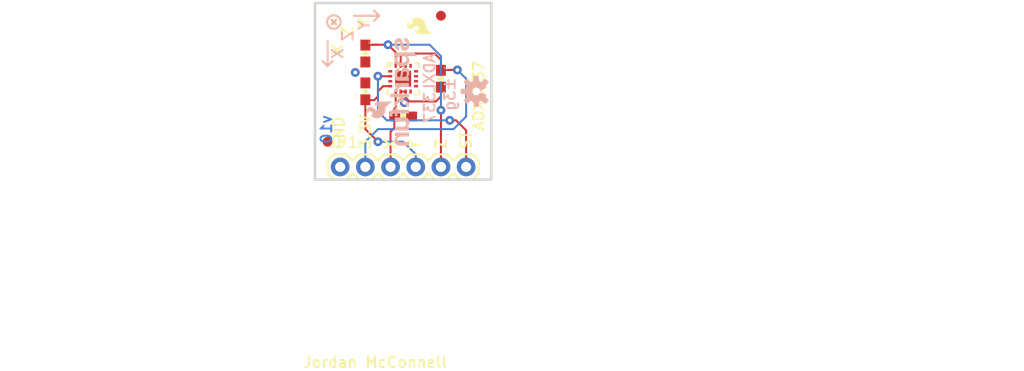
<source format=kicad_pcb>
(kicad_pcb (version 20211014) (generator pcbnew)
  (layers (0 "F.Cu" signal) (31 "B.Cu" signal) (34 "B.Paste" user) (35 "F.Paste" user) (36 "B.SilkS" user "B.Silkscreen") (37 "F.SilkS" user "F.Silkscreen") (38 "B.Mask" user) (39 "F.Mask" user) (44 "Edge.Cuts" user))
  (net 0 "")
  (net 1 "3.3V")
  (net 2 "GND")
  (net 3 "ST")
  (net 4 "X")
  (net 5 "Y")
  (net 6 "Z")
  (footprint "boardEagle:STAND-OFF" (layer "F.Cu") (at 154.8511 98.6536)
    (fp_text reference "STANDOFF1" hide)
    (fp_text value "STAND-OFF" hide)
    (pad "" np_thru_hole circle (at 0 0) (size 3.302 3.302) (drill 3.302) (layers *.Cu *.Mask))
  )
  (footprint "boardEagle:0603-CAP" (layer "F.Cu") (at 152.3111 103.7336 -90)
    (fp_text reference "C4" (at -0.889 -0.762 -90) (layer "F.SilkS") (effects (font (size 0.373888 0.373888) (thickness 0.032512)) (justify left bottom)))
    (fp_text value "0.1uF")
    (fp_line (start 0 -0.0305) (end 0 0.0305) (layer "F.SilkS") (width 0.5588))
    (pad "1" smd rect (at -0.85 0 270) (size 1.1 1) (layers "F.Cu" "F.Paste" "F.Mask") (net 1 "3.3V"))
    (pad "2" smd rect (at 0.85 0 270) (size 1.1 1) (layers "F.Cu" "F.Paste" "F.Mask") (net 2 "GND"))
  )
  (footprint "boardEagle:SFE_LOGO_FLAME_.1" (layer "F.Cu") (at 151.8031 99.5426 90)
    (fp_text reference "LOGO1" hide)
    (fp_text value "SFE_LOGO_FLAME.1_INCH" hide)
    (fp_poly (pts (xy 1.4 -2.87) (xy 1.54 -2.8) (xy 1.58 -2.77) (xy 1.59 -2.76) (xy 1.58 -2.76) (xy 1.56 -2.77) (xy 1.5 -2.77) (xy 1.46 -2.76) (xy 1.41 -2.75) (xy 1.37 -2.73) (xy 1.33 -2.7) (xy 1.31 -2.67) (xy 1.3 -2.65) (xy 1.29 -2.62) (xy 1.29 -2.56) (xy 1.3 -2.52) (xy 1.34 -2.46) (xy 1.4 -2.4) (xy 1.44 -2.37) (xy 1.47 -2.35) (xy 1.51 -2.33) (xy 1.59 -2.31) (xy 1.62 -2.31) (xy 1.65 -2.32) (xy 1.68 -2.35) (xy 1.69 -2.37) (xy 1.7 -2.4) (xy 1.7 -2.49) (xy 1.78 -2.44) (xy 1.86 -2.35) (xy 1.93 -2.24) (xy 1.98 -2.09) (xy 2.01 -1.93) (xy 2 -1.76) (xy 1.95 -1.57) (xy 1.85 -1.39) (xy 1.78 -1.3) (xy 1.7 -1.22) (xy 1.62 -1.15) (xy 1.52 -1.09) (xy 1.42 -1.05) (xy 1.31 -1.02) (xy 1.19 -1) (xy 1 -1) (xy 0.94 -0.99) (xy 0.84 -0.93) (xy 0.74 -0.83) (xy 0.62 -0.69) (xy 0.5 -0.57) (xy 0.45 -0.51) (xy 0.4 -0.46) (xy 0.37 -0.41) (xy 0.32 -0.36) (xy 0.32 -1.73) (xy 0.33 -1.81) (xy 0.35 -1.88) (xy 0.41 -1.98) (xy 0.46 -2.02) (xy 0.5 -2.05) (xy 0.55 -2.07) (xy 0.6 -2.08) (xy 0.66 -2.09) (xy 0.78 -2.09) (xy 0.82 -2.07) (xy 0.81 -2.06) (xy 0.77 -2.04) (xy 0.74 -2.03) (xy 0.68 -1.97) (xy 0.67 -1.94) (xy 0.67 -1.9) (xy 0.68 -1.87) (xy 0.7 -1.84) (xy 0.76 -1.78) (xy 0.81 -1.76) (xy 0.86 -1.75) (xy 0.94 -1.75) (xy 1.02 -1.77) (xy 1.08 -1.81) (xy 1.12 -1.86) (xy 1.14 -1.92) (xy 1.14 -1.99) (xy 1.11 -2.07) (xy 1.04 -2.14) (xy 0.96 -2.23) (xy 0.89 -2.31) (xy 0.84 -2.4) (xy 0.82 -2.49) (xy 0.82 -2.57) (xy 0.85 -2.66) (xy 0.9 -2.74) (xy 0.99 -2.81) (xy 1.1 -2.87) (xy 1.21 -2.89) (xy 1.31 -2.89)) (layer "F.SilkS") (width 0) (fill solid))
  )
  (footprint "boardEagle:0603-CAP" (layer "F.Cu") (at 144.6911 105.0036 90)
    (fp_text reference "C2" (at -0.889 -0.762 90) (layer "F.SilkS") (effects (font (size 0.373888 0.373888) (thickness 0.032512)) (justify left bottom)))
    (fp_text value "10nF")
    (fp_line (start 0 -0.0305) (end 0 0.0305) (layer "F.SilkS") (width 0.5588))
    (pad "1" smd rect (at -0.85 0 90) (size 1.1 1) (layers "F.Cu" "F.Paste" "F.Mask") (net 5 "Y"))
    (pad "2" smd rect (at 0.85 0 90) (size 1.1 1) (layers "F.Cu" "F.Paste" "F.Mask") (net 2 "GND"))
  )
  (footprint "boardEagle:FIDUCIAL-1X2" (layer "F.Cu") (at 140.8811 110.0836)
    (fp_text reference "FID2" hide)
    (fp_text value "FIDUCIAL1X2" hide)
    (pad "1" smd roundrect (at 0 0) (size 1 1) (layers "F.Cu" "F.Mask") (roundrect_rratio 0.5))
  )
  (footprint "boardEagle:CREATIVE_COMMONS" (layer "F.Cu") (at 128.1811 130.4036)
    (fp_text reference "FRAME1" hide)
    (fp_text value "FRAME-LETTER" hide)
  )
  (footprint "boardEagle:FIDUCIAL-1X2" (layer "F.Cu") (at 152.3111 97.3836)
    (fp_text reference "FID1" hide)
    (fp_text value "FIDUCIAL1X2" hide)
    (pad "1" smd roundrect (at 0 0) (size 1 1) (layers "F.Cu" "F.Mask") (roundrect_rratio 0.5))
  )
  (footprint "boardEagle:LFCSP_LQ-16" (layer "F.Cu") (at 148.5011 103.7336)
    (fp_text reference "U1" (at -1.15 -1.9) (layer "F.SilkS") (effects (font (size 0.373888 0.373888) (thickness 0.032512)) (justify left bottom)))
    (fp_text value "ADXL337")
    (fp_line (start -1.6 -1.1) (end -1.6 -1.6) (layer "F.SilkS") (width 0.15))
    (fp_line (start 1.1 -1.6) (end 1.6 -1.6) (layer "F.SilkS") (width 0.15))
    (fp_line (start -1.6 -1.6) (end -1.1 -1.6) (layer "F.SilkS") (width 0.15))
    (fp_line (start 1.6 1.6) (end 1.1 1.6) (layer "F.SilkS") (width 0.15))
    (fp_line (start 1.6 -1.6) (end 1.6 -1.1) (layer "F.SilkS") (width 0.15))
    (fp_line (start -1.1 1.6) (end -1.6 1.6) (layer "F.SilkS") (width 0.15))
    (fp_line (start 1.6 1.1) (end 1.6 1.6) (layer "F.SilkS") (width 0.15))
    (fp_line (start -1.6 1.6) (end -1.6 1.1) (layer "F.SilkS") (width 0.15))
    (fp_poly (pts (xy -1.6 -1.2) (xy -1.2 -1.2) (xy -1.2 -1.6) (xy -1.6 -1.6)) (layer "F.SilkS") (width 0) (fill solid))
    (pad "1" smd rect (at -1.3 -0.75) (size 0.4 0.25) (layers "F.Cu" "F.Paste" "F.Mask"))
    (pad "2" smd rect (at -1.3 -0.25) (size 0.4 0.25) (layers "F.Cu" "F.Paste" "F.Mask") (net 3 "ST"))
    (pad "3" smd rect (at -1.3 0.25) (size 0.4 0.25) (layers "F.Cu" "F.Paste" "F.Mask"))
    (pad "4" smd rect (at -1.3 0.75) (size 0.4 0.25) (layers "F.Cu" "F.Paste" "F.Mask") (net 5 "Y"))
    (pad "5" smd rect (at -0.75 1.3 90) (size 0.4 0.25) (layers "F.Cu" "F.Paste" "F.Mask") (net 4 "X"))
    (pad "6" smd rect (at -0.25 1.3 90) (size 0.4 0.25) (layers "F.Cu" "F.Paste" "F.Mask") (net 2 "GND"))
    (pad "7" smd rect (at 0.25 1.3 90) (size 0.4 0.25) (layers "F.Cu" "F.Paste" "F.Mask") (net 2 "GND"))
    (pad "8" smd rect (at 0.75 1.3 90) (size 0.4 0.25) (layers "F.Cu" "F.Paste" "F.Mask"))
    (pad "9" smd rect (at 1.3 0.75 180) (size 0.4 0.25) (layers "F.Cu" "F.Paste" "F.Mask"))
    (pad "10" smd rect (at 1.3 0.25 180) (size 0.4 0.25) (layers "F.Cu" "F.Paste" "F.Mask"))
    (pad "11" smd rect (at 1.3 -0.25 180) (size 0.4 0.25) (layers "F.Cu" "F.Paste" "F.Mask"))
    (pad "12" smd rect (at 1.3 -0.75 180) (size 0.4 0.25) (layers "F.Cu" "F.Paste" "F.Mask"))
    (pad "13" smd rect (at 0.75 -1.3 270) (size 0.4 0.25) (layers "F.Cu" "F.Paste" "F.Mask"))
    (pad "14" smd rect (at 0.25 -1.3 270) (size 0.4 0.25) (layers "F.Cu" "F.Paste" "F.Mask") (net 1 "3.3V"))
    (pad "15" smd rect (at -0.25 -1.3 270) (size 0.4 0.25) (layers "F.Cu" "F.Paste" "F.Mask") (net 1 "3.3V"))
    (pad "16" smd rect (at -0.75 -1.3 270) (size 0.4 0.25) (layers "F.Cu" "F.Paste" "F.Mask") (net 6 "Z"))
    (pad "EXP" smd rect (at 0 0) (size 1.6 1.6) (layers "F.Cu"))
  )
  (footprint "boardEagle:0603-CAP" (layer "F.Cu") (at 148.5011 107.5436)
    (fp_text reference "C1" (at -0.889 -0.762) (layer "F.SilkS") (effects (font (size 0.373888 0.373888) (thickness 0.032512)) (justify left bottom)))
    (fp_text value "10nF")
    (fp_line (start 0 -0.0305) (end 0 0.0305) (layer "F.SilkS") (width 0.5588))
    (pad "1" smd rect (at -0.85 0) (size 1.1 1) (layers "F.Cu" "F.Paste" "F.Mask") (net 4 "X"))
    (pad "2" smd rect (at 0.85 0) (size 1.1 1) (layers "F.Cu" "F.Paste" "F.Mask") (net 2 "GND"))
  )
  (footprint "boardEagle:1X06" (layer "F.Cu") (at 142.1511 112.6236)
    (fp_text reference "JP1" (at -1.3462 -1.8288) (layer "F.SilkS") (effects (font (size 1.143 1.143) (thickness 0.127)) (justify left bottom)))
    (fp_text value "")
    (fp_line (start 11.43 -0.635) (end 12.065 -1.27) (layer "F.SilkS") (width 0.2032))
    (fp_line (start 10.795 -1.27) (end 11.43 -0.635) (layer "F.SilkS") (width 0.2032))
    (fp_line (start 9.525 -1.27) (end 10.795 -1.27) (layer "F.SilkS") (width 0.2032))
    (fp_line (start 8.255 1.27) (end 6.985 1.27) (layer "F.SilkS") (width 0.2032))
    (fp_line (start 1.27 -0.635) (end 1.905 -1.27) (layer "F.SilkS") (width 0.2032))
    (fp_line (start 8.89 0.635) (end 8.255 1.27) (layer "F.SilkS") (width 0.2032))
    (fp_line (start 6.985 -1.27) (end 6.35 -0.635) (layer "F.SilkS") (width 0.2032))
    (fp_line (start 8.255 -1.27) (end 8.89 -0.635) (layer "F.SilkS") (width 0.2032))
    (fp_line (start 1.905 1.27) (end 1.27 0.635) (layer "F.SilkS") (width 0.2032))
    (fp_line (start 13.97 0.635) (end 13.335 1.27) (layer "F.SilkS") (width 0.2032))
    (fp_line (start 3.81 0.635) (end 3.175 1.27) (layer "F.SilkS") (width 0.2032))
    (fp_line (start -0.635 -1.27) (end 0.635 -1.27) (layer "F.SilkS") (width 0.2032))
    (fp_line (start 5.715 -1.27) (end 6.35 -0.635) (layer "F.SilkS") (width 0.2032))
    (fp_line (start 5.715 1.27) (end 4.445 1.27) (layer "F.SilkS") (width 0.2032))
    (fp_line (start 9.525 1.27) (end 8.89 0.635) (layer "F.SilkS") (width 0.2032))
    (fp_line (start 3.175 1.27) (end 1.905 1.27) (layer "F.SilkS") (width 0.2032))
    (fp_line (start 6.985 -1.27) (end 8.255 -1.27) (layer "F.SilkS") (width 0.2032))
    (fp_line (start 1.905 -1.27) (end 3.175 -1.27) (layer "F.SilkS") (width 0.2032))
    (fp_line (start -1.27 -0.635) (end -1.27 0.635) (layer "F.SilkS") (width 0.2032))
    (fp_line (start 13.97 -0.635) (end 13.97 0.635) (layer "F.SilkS") (width 0.2032))
    (fp_line (start 0.635 -1.27) (end 1.27 -0.635) (layer "F.SilkS") (width 0.2032))
    (fp_line (start 10.795 1.27) (end 9.525 1.27) (layer "F.SilkS") (width 0.2032))
    (fp_line (start 4.445 1.27) (end 3.81 0.635) (layer "F.SilkS") (width 0.2032))
    (fp_line (start 3.81 -0.635) (end 4.445 -1.27) (layer "F.SilkS") (width 0.2032))
    (fp_line (start 12.065 -1.27) (end 13.335 -1.27) (layer "F.SilkS") (width 0.2032))
    (fp_line (start 1.27 0.635) (end 0.635 1.27) (layer "F.SilkS") (width 0.2032))
    (fp_line (start 6.35 0.635) (end 5.715 1.27) (layer "F.SilkS") (width 0.2032))
    (fp_line (start 11.43 0.635) (end 10.795 1.27) (layer "F.SilkS") (width 0.2032))
    (fp_line (start 0.635 1.27) (end -0.635 1.27) (layer "F.SilkS") (width 0.2032))
    (fp_line (start 8.89 -0.635) (end 9.525 -1.27) (layer "F.SilkS") (width 0.2032))
    (fp_line (start 13.335 1.27) (end 12.065 1.27) (layer "F.SilkS") (width 0.2032))
    (fp_line (start 3.175 -1.27) (end 3.81 -0.635) (layer "F.SilkS") (width 0.2032))
    (fp_line (start -0.635 -1.27) (end -1.27 -0.635) (layer "F.SilkS") (width 0.2032))
    (fp_line (start 4.445 -1.27) (end 5.715 -1.27) (layer "F.SilkS") (width 0.2032))
    (fp_line (start 6.35 0.635) (end 6.985 1.27) (layer "F.SilkS") (width 0.2032))
    (fp_line (start -1.27 0.635) (end -0.635 1.27) (layer "F.SilkS") (width 0.2032))
    (fp_line (start 12.065 1.27) (end 11.43 0.635) (layer "F.SilkS") (width 0.2032))
    (fp_line (start 13.335 -1.27) (end 13.97 -0.635) (layer "F.SilkS") (width 0.2032))
    (pad "1" thru_hole circle (at 0 0 90) (size 1.8796 1.8796) (drill 1.016) (layers *.Cu *.Mask) (net 2 "GND"))
    (pad "2" thru_hole circle (at 2.54 0 90) (size 1.8796 1.8796) (drill 1.016) (layers *.Cu *.Mask) (net 1 "3.3V"))
    (pad "3" thru_hole circle (at 5.08 0 90) (size 1.8796 1.8796) (drill 1.016) (layers *.Cu *.Mask) (net 4 "X"))
    (pad "4" thru_hole circle (at 7.62 0 90) (size 1.8796 1.8796) (drill 1.016) (layers *.Cu *.Mask) (net 5 "Y"))
    (pad "5" thru_hole circle (at 10.16 0 90) (size 1.8796 1.8796) (drill 1.016) (layers *.Cu *.Mask) (net 6 "Z"))
    (pad "6" thru_hole circle (at 12.7 0 90) (size 1.8796 1.8796) (drill 1.016) (layers *.Cu *.Mask) (net 3 "ST"))
  )
  (footprint "boardEagle:0603-CAP" (layer "F.Cu") (at 144.6911 101.1936 -90)
    (fp_text reference "C3" (at -0.889 -0.762 -90) (layer "F.SilkS") (effects (font (size 0.373888 0.373888) (thickness 0.032512)) (justify left bottom)))
    (fp_text value "10nF")
    (fp_line (start 0 -0.0305) (end 0 0.0305) (layer "F.SilkS") (width 0.5588))
    (pad "1" smd rect (at -0.85 0 270) (size 1.1 1) (layers "F.Cu" "F.Paste" "F.Mask") (net 6 "Z"))
    (pad "2" smd rect (at 0.85 0 270) (size 1.1 1) (layers "F.Cu" "F.Paste" "F.Mask") (net 2 "GND"))
  )
  (footprint "boardEagle:OSHW-LOGO-S" (layer "B.Cu") (at 155.8671 105.0036 -90)
    (fp_text reference "LOGO2" hide)
    (fp_text value "OSHW-LOGOS" hide)
    (fp_poly (pts (xy 0.301647 1.061351) (xy 0.42347 1.022344) (xy 0.537177 0.963769) (xy 0.92862 1.282946) (xy 1.282946 0.92862) (xy 0.961035 0.533823) (xy 1.057046 0.302084) (xy 1.5638 0.250561) (xy 1.5638 -0.250561) (xy 1.057046 -0.302084) (xy 0.961035 -0.533823) (xy 1.282946 -0.92862) (xy 0.92862 -1.282946) (xy 0.537177 -0.96377) (xy 0.356601 -1.056794) (xy 0.088679 -0.410073) (xy 0.326262 -0.2176) (xy 0.373649 -0.121468) (xy 0.392729 -0.010339) (xy 0.379464 0.101634) (xy 0.334947 0.205229) (xy 0.262842 0.291918) (xy 0.169087 0.354561) (xy 0.061406 0.387999) (xy -0.051342 0.38948) (xy -0.159868 0.358881) (xy -0.255234 0.298724) (xy -0.329589 0.213962) (xy -0.376813 0.111569) (xy -0.392176 0.005767) (xy -0.322923 -0.222565) (xy -0.249312 -0.303773) (xy 0.091677 -0.5081) (xy -0.12929 -0.5081) (xy -0.355332 -1.053732) (xy -0.506597 -0.983577) (xy -0.538922 -0.965192) (xy -0.92862 -1.282946) (xy -1.282946 -0.92862) (xy -0.961035 -0.533823) (xy -1.057046 -0.302084) (xy -1.5638 -0.250561) (xy -1.5638 0.250561) (xy -1.057046 0.302084) (xy -0.961035 0.533823) (xy -1.282946 0.92862) (xy -0.92862 1.282946) (xy -0.533823 0.961035) (xy -0.302084 1.057046) (xy -0.250561 1.5638) (xy 0.250561 1.5638)) (layer "B.SilkS") (width 0) (fill solid))
  )
  (footprint "boardEagle:SFE_LOGO_NAME_FLAME_.1" (layer "B.Cu") (at 150.0251 99.1616 -90)
    (fp_text reference "LOGO3" hide)
    (fp_text value "SFE_LOGO_NAME_FLAME.1_INCH" hide)
    (fp_poly (pts (xy 4.32 2.38) (xy 4.38 2.38) (xy 4.43 2.37) (xy 4.48 2.35) (xy 4.53 2.34) (xy 4.58 2.32) (xy 4.7 2.23) (xy 4.73 2.19) (xy 4.75 2.15) (xy 4.77 2.1) (xy 4.78 2.05) (xy 4.78 1.18) (xy 4.79 1.16) (xy 4.79 1.07) (xy 4.8 1.05) (xy 4.8 1.03) (xy 4.81 1.01) (xy 4.81 0.98) (xy 4.82 0.96) (xy 4.83 0.95) (xy 4.83 0.94) (xy 4.44 0.94) (xy 4.44 0.95) (xy 4.43 0.96) (xy 4.43 0.97) (xy 4.42 0.98) (xy 4.42 1.01) (xy 4.41 1.02) (xy 4.41 1.08) (xy 4.39 1.05) (xy 4.36 1.03) (xy 4.34 1.01) (xy 4.31 0.99) (xy 4.28 0.98) (xy 4.25 0.96) (xy 4.13 0.92) (xy 4.1 0.92) (xy 4.07 0.91) (xy 4.03 0.91) (xy 4 0.9) (xy 3.89 0.9) (xy 3.84 0.91) (xy 3.79 0.91) (xy 3.75 0.92) (xy 3.7 0.94) (xy 3.66 0.96) (xy 3.63 0.98) (xy 3.59 1) (xy 3.56 1.03) (xy 3.54 1.06) (xy 3.51 1.1) (xy 3.49 1.13) (xy 3.48 1.18) (xy 3.46 1.22) (xy 3.46 1.27) (xy 3.45 1.32) (xy 3.47 1.43) (xy 3.5 1.52) (xy 3.54 1.59) (xy 3.61 1.65) (xy 3.68 1.69) (xy 3.76 1.72) (xy 3.84 1.74) (xy 3.93 1.75) (xy 4.01 1.54) (xy 3.98 1.53) (xy 3.96 1.52) (xy 3.95 1.51) (xy 3.91 1.49) (xy 3.9 1.48) (xy 3.88 1.47) (xy 3.85 1.41) (xy 3.85 1.39) (xy 3.84 1.37) (xy 3.84 1.32) (xy 3.85 1.29) (xy 3.85 1.27) (xy 3.86 1.25) (xy 3.87 1.24) (xy 3.88 1.22) (xy 3.9 1.21) (xy 3.91 1.2) (xy 3.95 1.18) (xy 3.97 1.18) (xy 3.99 1.17) (xy 4.01 1.17) (xy 4.03 1.16) (xy 4.08 1.16) (xy 4.13 1.17) (xy 4.18 1.17) (xy 4.22 1.19) (xy 4.26 1.2) (xy 4.29 1.22) (xy 4.31 1.24) (xy 4.33 1.27) (xy 4.35 1.29) (xy 4.37 1.35) (xy 4.38 1.37) (xy 4.39 1.4) (xy 4.39 1.63) (xy 4.37 1.61) (xy 4.35 1.61) (xy 4.31 1.59) (xy 4.29 1.59) (xy 4.27 1.58) (xy 4.23 1.58) (xy 4.18 1.78) (xy 4.25 1.8) (xy 4.31 1.82) (xy 4.36 1.85) (xy 4.39 1.89) (xy 4.39 2) (xy 4.36 2.06) (xy 4.35 2.07) (xy 4.34 2.09) (xy 4.28 2.12) (xy 4.26 2.12) (xy 4.24 2.13) (xy 4.06 2.13) (xy 3.96 2.08) (xy 3.92 2.04) (xy 3.91 2.02) (xy 3.9 1.99) (xy 3.89 1.97) (xy 3.89 1.92) (xy 3.5 1.92) (xy 3.52 2.04) (xy 3.54 2.1) (xy 3.57 2.14) (xy 3.6 2.19) (xy 3.63 2.23) (xy 3.67 2.26) (xy 3.77 2.32) (xy 3.82 2.34) (xy 3.87 2.35) (xy 3.93 2.37) (xy 3.99 2.38) (xy 4.04 2.39) (xy 4.27 2.39)) (layer "B.SilkS") (width 0) (fill solid))
    (fp_poly (pts (xy 8.37 2.88) (xy 8.37 2.6) (xy 8.2 2.6) (xy 8.16 2.59) (xy 8.12 2.57) (xy 8.1 2.54) (xy 8.09 2.52) (xy 8.09 2.48) (xy 8.08 2.44) (xy 8.08 2.36) (xy 8.35 2.36) (xy 8.35 2.1) (xy 8.08 2.1) (xy 8.08 0.94) (xy 7.7 0.94) (xy 7.7 2.1) (xy 7.31 2.1) (xy 7.35 2.13) (xy 7.51 2.29) (xy 7.55 2.32) (xy 7.58 2.36) (xy 7.7 2.36) (xy 7.7 2.56) (xy 7.73 2.64) (xy 7.76 2.71) (xy 7.81 2.77) (xy 7.88 2.82) (xy 7.96 2.86) (xy 8.06 2.89) (xy 8.35 2.89)) (layer "B.SilkS") (width 0) (fill solid))
    (fp_poly (pts (xy 3.34 1.63) (xy 3.33 1.49) (xy 3.3 1.36) (xy 3.25 1.24) (xy 2.91 1.4) (xy 2.94 1.48) (xy 2.95 1.56) (xy 2.95 1.64)) (layer "B.SilkS") (width 0) (fill solid))
    (fp_poly (pts (xy 10.95 2.38) (xy 11.06 2.35) (xy 11.15 2.3) (xy 11.22 2.23) (xy 11.27 2.15) (xy 11.3 2.05) (xy 11.32 1.94) (xy 11.33 1.81) (xy 11.33 0.94) (xy 10.94 0.94) (xy 10.94 1.74) (xy 10.93 1.82) (xy 10.92 1.89) (xy 10.91 1.95) (xy 10.88 2) (xy 10.85 2.04) (xy 10.8 2.07) (xy 10.75 2.08) (xy 10.69 2.09) (xy 10.61 2.08) (xy 10.55 2.07) (xy 10.5 2.04) (xy 10.46 1.99) (xy 10.43 1.94) (xy 10.4 1.87) (xy 10.39 1.78) (xy 10.39 0.94) (xy 10 0.94) (xy 10 2.36) (xy 10.37 2.36) (xy 10.37 2.16) (xy 10.38 2.16) (xy 10.42 2.22) (xy 10.46 2.26) (xy 10.51 2.3) (xy 10.57 2.34) (xy 10.69 2.38) (xy 10.75 2.39) (xy 10.81 2.39)) (layer "B.SilkS") (width 0) (fill solid))
    (fp_poly (pts (xy 6.45 1.85) (xy 6.94 2.36) (xy 7.4 2.36) (xy 6.87 1.84) (xy 7.46 0.94) (xy 6.99 0.94) (xy 6.6 1.57) (xy 6.45 1.43) (xy 6.45 0.94) (xy 6.06 0.94) (xy 6.06 2.68) (xy 6.45 2.89)) (layer "B.SilkS") (width 0) (fill solid))
    (fp_poly (pts (xy 8.85 1.56) (xy 8.87 1.4) (xy 8.88 1.34) (xy 8.94 1.26) (xy 8.99 1.23) (xy 9.04 1.22) (xy 9.1 1.21) (xy 9.18 1.22) (xy 9.24 1.23) (xy 9.29 1.26) (xy 9.33 1.3) (xy 9.36 1.36) (xy 9.39 1.43) (xy 9.4 1.51) (xy 9.4 2.36) (xy 9.79 2.36) (xy 9.79 0.94) (xy 9.42 0.94) (xy 9.42 1.14) (xy 9.41 1.14) (xy 9.37 1.08) (xy 9.33 1.03) (xy 9.28 0.99) (xy 9.22 0.96) (xy 9.17 0.94) (xy 9.11 0.92) (xy 9.04 0.91) (xy 8.98 0.9) (xy 8.84 0.91) (xy 8.73 0.95) (xy 8.64 1) (xy 8.57 1.06) (xy 8.52 1.15) (xy 8.49 1.25) (xy 8.47 1.36) (xy 8.47 2.36) (xy 8.85 2.36)) (layer "B.SilkS") (width 0) (fill solid))
    (fp_poly (pts (xy 5.9 2.38) (xy 5.91 2.38) (xy 5.91 2.02) (xy 5.9 2.02) (xy 5.88 2.03) (xy 5.77 2.03) (xy 5.67 2.02) (xy 5.59 2) (xy 5.52 1.96) (xy 5.47 1.9) (xy 5.43 1.83) (xy 5.41 1.76) (xy 5.39 1.67) (xy 5.39 0.94) (xy 5 0.94) (xy 5 2.29) (xy 5.05 2.3) (xy 5.09 2.31) (xy 5.14 2.31) (xy 5.19 2.32) (xy 5.23 2.33) (xy 5.33 2.35) (xy 5.37 2.36) (xy 5.37 2.09) (xy 5.41 2.16) (xy 5.45 2.21) (xy 5.5 2.27) (xy 5.55 2.31) (xy 5.62 2.35) (xy 5.68 2.37) (xy 5.75 2.39) (xy 5.89 2.39)) (layer "B.SilkS") (width 0) (fill solid))
    (fp_poly (pts (xy 7.95 5.16) (xy 8.03 5.13) (xy 8.09 5.1) (xy 8.13 5.07) (xy 8.14 5.06) (xy 8.11 5.06) (xy 8.08 5.07) (xy 8.05 5.07) (xy 8.01 5.06) (xy 7.96 5.05) (xy 7.92 5.03) (xy 7.88 5) (xy 7.86 4.97) (xy 7.85 4.94) (xy 7.84 4.92) (xy 7.83 4.89) (xy 7.84 4.86) (xy 7.85 4.82) (xy 7.87 4.79) (xy 7.89 4.75) (xy 7.92 4.72) (xy 7.95 4.7) (xy 7.99 4.67) (xy 8.02 4.65) (xy 8.1 4.61) (xy 8.17 4.61) (xy 8.2 4.62) (xy 8.23 4.64) (xy 8.25 4.7) (xy 8.25 4.78) (xy 8.33 4.74) (xy 8.41 4.65) (xy 8.48 4.53) (xy 8.53 4.39) (xy 8.56 4.23) (xy 8.55 4.05) (xy 8.5 3.87) (xy 8.4 3.69) (xy 8.33 3.6) (xy 8.25 3.52) (xy 8.17 3.45) (xy 8.07 3.39) (xy 7.97 3.35) (xy 7.86 3.32) (xy 7.74 3.3) (xy 7.55 3.3) (xy 7.49 3.29) (xy 7.44 3.26) (xy 7.34 3.18) (xy 7.29 3.12) (xy 7.16 2.99) (xy 7.11 2.92) (xy 7.05 2.86) (xy 7 2.8) (xy 6.95 2.75) (xy 6.92 2.71) (xy 6.89 2.68) (xy 6.87 2.65) (xy 6.86 2.65) (xy 6.86 3.93) (xy 6.88 4.11) (xy 6.9 4.17) (xy 6.93 4.23) (xy 6.96 4.28) (xy 7.01 4.31) (xy 7.05 4.34) (xy 7.15 4.38) (xy 7.21 4.39) (xy 7.29 4.39) (xy 7.33 4.38) (xy 7.35 4.38) (xy 7.37 4.37) (xy 7.36 4.36) (xy 7.32 4.34) (xy 7.29 4.33) (xy 7.25 4.29) (xy 7.23 4.26) (xy 7.22 4.23) (xy 7.22 4.2) (xy 7.23 4.17) (xy 7.25 4.13) (xy 7.28 4.1) (xy 7.31 4.08) (xy 7.36 4.06) (xy 7.41 4.05) (xy 7.49 4.05) (xy 7.57 4.07) (xy 7.63 4.11) (xy 7.67 4.16) (xy 7.69 4.22) (xy 7.69 4.29) (xy 7.66 4.36) (xy 7.59 4.44) (xy 7.51 4.53) (xy 7.44 4.61) (xy 7.39 4.7) (xy 7.37 4.79) (xy 7.37 4.87) (xy 7.4 4.96) (xy 7.45 5.03) (xy 7.54 5.11) (xy 7.65 5.17) (xy 7.76 5.19) (xy 7.86 5.19)) (layer "B.SilkS") (width 0) (fill solid))
    (fp_poly (pts (xy 4.23 1.58) (xy 4.21 1.57) (xy 4.19 1.57) (xy 4.16 1.56) (xy 4.12 1.56) (xy 4.09 1.55) (xy 4.05 1.55) (xy 4.03 1.54) (xy 4.01 1.54) (xy 3.93 1.75) (xy 4.11 1.77) (xy 4.18 1.78)) (layer "B.SilkS") (width 0) (fill solid))
    (fp_poly (pts (xy 1.31 2.37) (xy 1.41 2.34) (xy 1.5 2.3) (xy 1.58 2.24) (xy 1.64 2.16) (xy 1.69 2.06) (xy 1.71 1.94) (xy 1.34 1.94) (xy 1.33 1.99) (xy 1.31 2.04) (xy 1.29 2.07) (xy 1.26 2.09) (xy 1.22 2.11) (xy 1.17 2.13) (xy 1 2.13) (xy 0.97 2.12) (xy 0.93 2.11) (xy 0.9 2.1) (xy 0.86 2.04) (xy 0.86 2) (xy 0.87 1.96) (xy 0.9 1.92) (xy 0.94 1.89) (xy 1 1.86) (xy 1.06 1.84) (xy 1.14 1.83) (xy 1.38 1.77) (xy 1.47 1.75) (xy 1.61 1.67) (xy 1.67 1.62) (xy 1.71 1.56) (xy 1.74 1.49) (xy 1.75 1.4) (xy 1.73 1.27) (xy 1.69 1.16) (xy 1.63 1.08) (xy 1.55 1.01) (xy 1.45 0.96) (xy 1.34 0.93) (xy 1.22 0.91) (xy 1.1 0.9) (xy 0.98 0.91) (xy 0.86 0.93) (xy 0.75 0.96) (xy 0.65 1.01) (xy 0.57 1.08) (xy 0.5 1.17) (xy 0.46 1.27) (xy 0.44 1.4) (xy 0.81 1.4) (xy 0.81 1.34) (xy 0.83 1.29) (xy 0.86 1.25) (xy 0.94 1.19) (xy 1 1.18) (xy 1.05 1.17) (xy 1.11 1.16) (xy 1.15 1.17) (xy 1.19 1.17) (xy 1.23 1.18) (xy 1.27 1.2) (xy 1.31 1.23) (xy 1.34 1.26) (xy 1.36 1.34) (xy 1.35 1.38) (xy 1.33 1.42) (xy 1.29 1.45) (xy 1.24 1.48) (xy 1.18 1.5) (xy 1.02 1.54) (xy 0.92 1.56) (xy 0.83 1.58) (xy 0.75 1.61) (xy 0.68 1.64) (xy 0.61 1.68) (xy 0.55 1.72) (xy 0.51 1.78) (xy 0.48 1.85) (xy 0.47 1.94) (xy 0.48 2.06) (xy 0.52 2.16) (xy 0.59 2.24) (xy 0.66 2.3) (xy 0.76 2.35) (xy 0.86 2.37) (xy 0.97 2.39) (xy 1.2 2.39)) (layer "B.SilkS") (width 0) (fill solid))
    (fp_poly (pts (xy 2.85 2.38) (xy 2.99 2.33) (xy 3.1 2.26) (xy 3.19 2.16) (xy 3.26 2.05) (xy 3.3 1.92) (xy 3.33 1.78) (xy 3.34 1.63) (xy 2.95 1.64) (xy 2.95 1.73) (xy 2.94 1.81) (xy 2.91 1.89) (xy 2.88 1.96) (xy 2.83 2.02) (xy 2.77 2.06) (xy 2.7 2.09) (xy 2.61 2.1) (xy 2.53 2.09) (xy 2.45 2.06) (xy 2.4 2.02) (xy 2.35 1.96) (xy 2.32 1.89) (xy 2.29 1.81) (xy 2.28 1.73) (xy 2.28 1.56) (xy 2.32 1.4) (xy 2.35 1.33) (xy 2.4 1.28) (xy 2.46 1.23) (xy 2.53 1.21) (xy 2.62 1.2) (xy 2.7 1.21) (xy 2.78 1.23) (xy 2.84 1.28) (xy 2.88 1.33) (xy 2.91 1.4) (xy 3.25 1.24) (xy 3.19 1.13) (xy 3.1 1.04) (xy 2.99 0.96) (xy 2.87 0.92) (xy 2.72 0.9) (xy 2.54 0.93) (xy 2.48 0.96) (xy 2.38 1.02) (xy 2.3 1.12) (xy 2.29 1.12) (xy 2.29 0.1) (xy 2.2 0.19) (xy 2.05 0.31) (xy 1.96 0.4) (xy 1.91 0.44) (xy 1.91 2.29) (xy 1.95 2.3) (xy 2 2.31) (xy 2.05 2.31) (xy 2.09 2.32) (xy 2.14 2.33) (xy 2.18 2.34) (xy 2.28 2.36) (xy 2.28 2.18) (xy 2.32 2.23) (xy 2.36 2.27) (xy 2.41 2.31) (xy 2.51 2.37) (xy 2.63 2.39) (xy 2.7 2.39)) (layer "B.SilkS") (width 0) (fill solid))
  )
  (gr_circle (center 141.5161 98.0186) (end 142.200015 98.0186) (layer "B.SilkS") (width 0.2032) (fill none))
  (gr_line (start 140.8811 99.9236) (end 140.8811 102.4636) (layer "B.SilkS") (width 0.2032))
  (gr_line (start 140.8811 102.4636) (end 140.3731 101.9556) (layer "B.SilkS") (width 0.2032))
  (gr_line (start 146.0881 97.3836) (end 145.5801 97.8916) (layer "B.SilkS") (width 0.2032))
  (gr_line (start 141.3891 101.9556) (end 140.8811 102.4636) (layer "B.SilkS") (width 0.2032))
  (gr_line (start 141.7701 98.2726) (end 141.2621 97.7646) (layer "B.SilkS") (width 0.2032))
  (gr_line (start 145.5801 96.8756) (end 146.0881 97.3836) (layer "B.SilkS") (width 0.2032))
  (gr_line (start 143.5481 97.3836) (end 146.0881 97.3836) (layer "B.SilkS") (width 0.2032))
  (gr_line (start 141.7701 97.7646) (end 141.2621 98.2726) (layer "B.SilkS") (width 0.2032))
  (gr_line (start 143.5481 97.3836) (end 146.0881 97.3836) (layer "F.SilkS") (width 0.2032))
  (gr_line (start 140.8811 102.4636) (end 140.3731 101.9556) (layer "F.SilkS") (width 0.2032))
  (gr_line (start 145.5801 96.8756) (end 146.0881 97.3836) (layer "F.SilkS") (width 0.2032))
  (gr_circle (center 141.5161 98.0186) (end 142.200015 98.0186) (layer "F.SilkS") (width 0.2032) (fill none))
  (gr_line (start 146.0881 97.3836) (end 145.5801 97.8916) (layer "F.SilkS") (width 0.2032))
  (gr_line (start 141.3891 101.9556) (end 140.8811 102.4636) (layer "F.SilkS") (width 0.2032))
  (gr_line (start 146.0881 97.3836) (end 145.5801 96.8756) (layer "F.SilkS") (width 0.2032))
  (gr_line (start 140.8811 102.4636) (end 141.3891 101.9556) (layer "F.SilkS") (width 0.2032))
  (gr_line (start 140.8811 99.9236) (end 140.8811 102.4636) (layer "F.SilkS") (width 0.2032))
  (gr_circle (center 141.5161 98.0186) (end 141.6685 98.0186) (layer "F.SilkS") (width 0.3048) (fill none))
  (gr_line (start 139.6111 113.8936) (end 157.3911 113.8936) (layer "Edge.Cuts") (width 0.254))
  (gr_line (start 139.6111 96.1136) (end 139.6111 113.8936) (layer "Edge.Cuts") (width 0.254))
  (gr_line (start 157.3911 113.8936) (end 157.3911 96.1136) (layer "Edge.Cuts") (width 0.254))
  (gr_line (start 157.3911 96.1136) (end 139.6111 96.1136) (layer "Edge.Cuts") (width 0.254))
  (gr_text "v10" (at 141.3891 107.2896 -270) (layer "B.Cu") (effects (font (size 1.0795 1.0795) (thickness 0.1905)) (justify left bottom mirror)))
  (gr_text "±3g" (at 153.8351 103.4796 -270) (layer "B.SilkS") (effects (font (size 1.0795 1.0795) (thickness 0.1905)) (justify left bottom mirror)))
  (gr_text "ADXL337" (at 151.8031 101.0666 -270) (layer "B.SilkS") (effects (font (size 1.0795 1.0795) (thickness 0.1905)) (justify left bottom mirror)))
  (gr_text "X" (at 142.5321 100.5586 -270) (layer "B.SilkS") (effects (font (size 1.0795 1.0795) (thickness 0.1905)) (justify left bottom mirror)))
  (gr_text "Z" (at 143.5481 98.7806 -270) (layer "B.SilkS") (effects (font (size 1.0795 1.0795) (thickness 0.1905)) (justify left bottom mirror)))
  (gr_text "Y" (at 145.1991 97.7646 -270) (layer "B.SilkS") (effects (font (size 1.0795 1.0795) (thickness 0.1905)) (justify left bottom mirror)))
  (gr_text "ADXL337" (at 156.7561 109.0676 90) (layer "F.SilkS") (effects (font (size 1.0795 1.0795) (thickness 0.1905)) (justify left bottom)))
  (gr_text "Z" (at 143.5481 99.6696 90) (layer "F.SilkS") (effects (font (size 1.0795 1.0795) (thickness 0.1905)) (justify left bottom)))
  (gr_text "Z" (at 152.9461 110.9726 90) (layer "F.SilkS") (effects (font (size 1.0795 1.0795) (thickness 0.1905)) (justify left bottom)))
  (gr_text "Jordan McConnell" (at 138.3411 132.9436) (layer "F.SilkS") (effects (font (size 1.0795 1.0795) (thickness 0.1905)) (justify left bottom)))
  (gr_text "ST" (at 155.4861 110.9726 90) (layer "F.SilkS") (effects (font (size 1.0795 1.0795) (thickness 0.1905)) (justify left bottom)))
  (gr_text "X" (at 142.5321 101.4476 90) (layer "F.SilkS") (effects (font (size 1.0795 1.0795) (thickness 0.1905)) (justify left bottom)))
  (gr_text "X" (at 147.8661 110.9726 90) (layer "F.SilkS") (effects (font (size 1.0795 1.0795) (thickness 0.1905)) (justify left bottom)))
  (gr_text "3.3V" (at 145.3261 110.9726 90) (layer "F.SilkS") (effects (font (size 1.0795 1.0795) (thickness 0.1905)) (justify left bottom)))
  (gr_text "GND" (at 142.6591 110.9726 90) (layer "F.SilkS") (effects (font (size 1.0795 1.0795) (thickness 0.1905)) (justify left bottom)))
  (gr_text "Y" (at 145.1991 98.6536 90) (layer "F.SilkS") (effects (font (size 1.0795 1.0795) (thickness 0.1905)) (justify left bottom)))
  (gr_text "Y" (at 150.2791 110.9726 90) (layer "F.SilkS") (effects (font (size 1.0795 1.0795) (thickness 0.1905)) (justify left bottom)))
  (segment (start 148.2511 102.4336) (end 148.2511 101.4436) (width 0.2032) (layer "F.Cu") (net 1))
  (segment (start 148.2511 101.4436) (end 148.5011 101.1936) (width 0.2032) (layer "F.Cu") (net 1))
  (segment (start 148.7511 102.4336) (end 148.2511 102.4336) (width 0.2032) (layer "F.Cu") (net 1))
  (segment (start 148.5011 101.1936) (end 151.6761 101.1936) (width 0.2032) (layer "F.Cu") (net 1))
  (segment (start 153.9621 102.8446) (end 152.3501 102.8446) (width 0.2032) (layer "F.Cu") (net 1))
  (segment (start 152.3501 102.8446) (end 152.3111 102.8836) (width 0.2032) (layer "F.Cu") (net 1))
  (segment (start 152.3111 101.8286) (end 152.3111 102.8836) (width 0.2032) (layer "F.Cu") (net 1))
  (segment (start 151.6761 101.1936) (end 152.3111 101.8286) (width 0.2032) (layer "F.Cu") (net 1))
  (via (at 153.9621 102.8446) (size 0.889) (drill 0.381) (layers "F.Cu" "B.Cu") (net 1))
  (segment (start 145.9611 108.8136) (end 153.5811 108.8136) (width 0.2032) (layer "B.Cu") (net 1))
  (segment (start 154.8511 107.5436) (end 154.8511 103.7336) (width 0.2032) (layer "B.Cu") (net 1))
  (segment (start 154.8511 103.7336) (end 153.9621 102.8446) (width 0.2032) (layer "B.Cu") (net 1))
  (segment (start 153.5811 108.8136) (end 154.8511 107.5436) (width 0.2032) (layer "B.Cu") (net 1))
  (segment (start 144.6911 112.6236) (end 144.6911 110.0836) (width 0.2032) (layer "B.Cu") (net 1))
  (segment (start 144.6911 110.0836) (end 145.9611 108.8136) (width 0.2032) (layer "B.Cu") (net 1))
  (segment (start 148.7511 105.0336) (end 148.7511 105.6346) (width 0.2032) (layer "F.Cu") (net 2))
  (segment (start 152.3111 105.5116) (end 152.3111 104.5836) (width 0.2032) (layer "F.Cu") (net 2))
  (segment (start 148.2511 105.0336) (end 148.7511 105.0336) (width 0.2032) (layer "F.Cu") (net 2))
  (segment (start 151.8031 106.0196) (end 152.3111 105.5116) (width 0.2032) (layer "F.Cu") (net 2))
  (segment (start 148.7511 105.6346) (end 149.1361 106.0196) (width 0.2032) (layer "F.Cu") (net 2))
  (segment (start 149.1361 106.0196) (end 151.8031 106.0196) (width 0.2032) (layer "F.Cu") (net 2))
  (via (at 143.6751 103.0986) (size 0.889) (drill 0.381) (layers "F.Cu" "B.Cu") (net 2))
  (via (at 148.6281 106.1466) (size 0.889) (drill 0.381) (layers "F.Cu" "B.Cu") (net 2))
  (segment (start 154.8511 108.9406) (end 154.8511 112.6236) (width 0.2032) (layer "F.Cu") (net 3))
  (segment (start 153.8351 107.9246) (end 154.8511 108.9406) (width 0.2032) (layer "F.Cu") (net 3))
  (segment (start 145.9651 103.4836) (end 145.9611 103.4796) (width 0.2032) (layer "F.Cu") (net 3))
  (segment (start 147.2011 103.4836) (end 145.9651 103.4836) (width 0.2032) (layer "F.Cu") (net 3))
  (segment (start 153.2001 107.9246) (end 153.8351 107.9246) (width 0.2032) (layer "F.Cu") (net 3))
  (via (at 145.9611 103.4796) (size 0.889) (drill 0.381) (layers "F.Cu" "B.Cu") (net 3))
  (via (at 153.2001 107.9246) (size 0.889) (drill 0.381) (layers "F.Cu" "B.Cu") (net 3))
  (segment (start 145.9611 107.0356) (end 146.8501 107.9246) (width 0.2032) (layer "B.Cu") (net 3))
  (segment (start 145.9611 103.4796) (end 145.9611 107.0356) (width 0.2032) (layer "B.Cu") (net 3))
  (segment (start 146.8501 107.9246) (end 153.2001 107.9246) (width 0.2032) (layer "B.Cu") (net 3))
  (segment (start 147.2311 109.0676) (end 147.6121 108.6866) (width 0.2032) (layer "F.Cu") (net 4))
  (segment (start 147.6121 106.7816) (end 147.6121 107.5046) (width 0.2032) (layer "F.Cu") (net 4))
  (segment (start 147.6121 107.5046) (end 147.6511 107.5436) (width 0.2032) (layer "F.Cu") (net 4))
  (segment (start 147.7511 106.6426) (end 147.6121 106.7816) (width 0.2032) (layer "F.Cu") (net 4))
  (segment (start 147.2311 112.6236) (end 147.2311 109.0676) (width 0.2032) (layer "F.Cu") (net 4))
  (segment (start 147.6121 107.5826) (end 147.6511 107.5436) (width 0.2032) (layer "F.Cu") (net 4))
  (segment (start 147.7511 105.0336) (end 147.7511 106.6426) (width 0.2032) (layer "F.Cu") (net 4))
  (segment (start 147.6121 108.6866) (end 147.6121 107.5826) (width 0.2032) (layer "F.Cu") (net 4))
  (segment (start 145.9611 105.0036) (end 145.9611 105.5116) (width 0.2032) (layer "F.Cu") (net 5))
  (segment (start 146.4811 104.4836) (end 145.9611 105.0036) (width 0.2032) (layer "F.Cu") (net 5))
  (segment (start 145.9611 105.5116) (end 145.5801 105.8926) (width 0.2032) (layer "F.Cu") (net 5))
  (segment (start 145.5801 105.8926) (end 144.7301 105.8926) (width 0.2032) (layer "F.Cu") (net 5))
  (segment (start 145.9611 110.0836) (end 144.6911 108.8136) (width 0.2032) (layer "F.Cu") (net 5))
  (segment (start 144.7301 105.8926) (end 144.6911 105.8536) (width 0.2032) (layer "F.Cu") (net 5))
  (segment (start 144.6911 108.8136) (end 144.6911 105.8536) (width 0.2032) (layer "F.Cu") (net 5))
  (segment (start 147.2011 104.4836) (end 146.4811 104.4836) (width 0.2032) (layer "F.Cu") (net 5))
  (via (at 145.9611 110.0836) (size 0.889) (drill 0.381) (layers "F.Cu" "B.Cu") (net 5))
  (segment (start 148.5011 110.0836) (end 145.9611 110.0836) (width 0.2032) (layer "B.Cu") (net 5))
  (segment (start 149.7711 112.6236) (end 149.7711 111.3536) (width 0.2032) (layer "B.Cu") (net 5))
  (segment (start 149.7711 111.3536) (end 148.5011 110.0836) (width 0.2032) (layer "B.Cu") (net 5))
  (segment (start 147.7511 102.4336) (end 147.7511 101.0786) (width 0.2032) (layer "F.Cu") (net 6))
  (segment (start 152.3111 112.6236) (end 152.3111 106.9086) (width 0.2032) (layer "F.Cu") (net 6))
  (segment (start 144.7301 100.3046) (end 144.6911 100.3436) (width 0.2032) (layer "F.Cu") (net 6))
  (segment (start 146.9771 100.3046) (end 145.9611 100.3046) (width 0.2032) (layer "F.Cu") (net 6))
  (segment (start 145.9611 100.3046) (end 144.7301 100.3046) (width 0.2032) (layer "F.Cu") (net 6))
  (segment (start 145.9611 100.3046) (end 144.7301 100.3046) (width 0.2032) (layer "F.Cu") (net 6))
  (segment (start 144.7301 100.3046) (end 144.6911 100.3436) (width 0.2032) (layer "F.Cu") (net 6))
  (segment (start 147.7511 101.0786) (end 146.9771 100.3046) (width 0.2032) (layer "F.Cu") (net 6))
  (via (at 152.3111 106.9086) (size 0.889) (drill 0.381) (layers "F.Cu" "B.Cu") (net 6))
  (via (at 146.9771 100.3046) (size 0.889) (drill 0.381) (layers "F.Cu" "B.Cu") (net 6))
  (segment (start 152.3111 106.9086) (end 152.3111 101.4476) (width 0.2032) (layer "B.Cu") (net 6))
  (segment (start 151.1681 100.3046) (end 146.9771 100.3046) (width 0.2032) (layer "B.Cu") (net 6))
  (segment (start 152.3111 101.4476) (end 151.1681 100.3046) (width 0.2032) (layer "B.Cu") (net 6))
)
</source>
